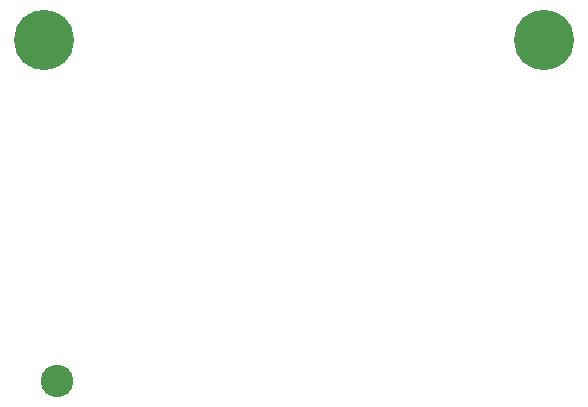
<source format=gbs>
G04*
G04 #@! TF.GenerationSoftware,Altium Limited,Altium Designer,22.2.1 (43)*
G04*
G04 Layer_Color=16711935*
%FSLAX25Y25*%
%MOIN*%
G70*
G04*
G04 #@! TF.SameCoordinates,8C13D30C-EDE4-482D-8627-422F1F93D62C*
G04*
G04*
G04 #@! TF.FilePolarity,Negative*
G04*
G01*
G75*
%ADD50C,0.20079*%
%ADD51C,0.10800*%
D50*
X302689Y415311D02*
D03*
X469311D02*
D03*
D51*
X307000Y301513D02*
D03*
M02*

</source>
